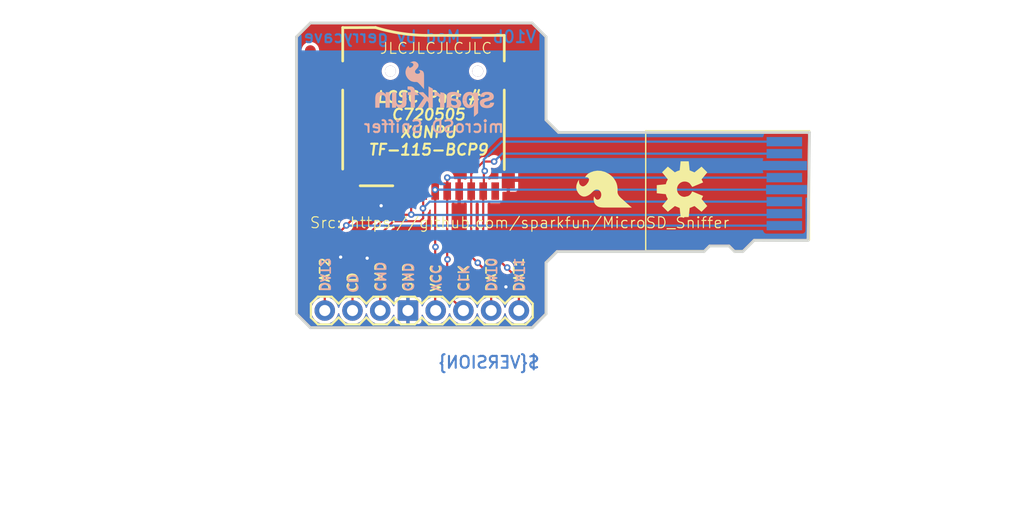
<source format=kicad_pcb>
(kicad_pcb (version 20221018) (generator pcbnew)
  (layers (0 "F.Cu" signal) (1 "In1.Cu" signal) (2 "In2.Cu" signal) (3 "In3.Cu" signal) (4 "In4.Cu" signal) (5 "In5.Cu" signal) (6 "In6.Cu" signal) (7 "In7.Cu" signal) (8 "In8.Cu" signal) (9 "In9.Cu" signal) (10 "In10.Cu" signal) (11 "In11.Cu" signal) (12 "In12.Cu" signal) (13 "In13.Cu" signal) (14 "In14.Cu" signal) (31 "B.Cu" signal) (34 "B.Paste" user) (35 "F.Paste" user) (36 "B.SilkS" user "B.Silkscreen") (37 "F.SilkS" user "F.Silkscreen") (38 "B.Mask" user) (39 "F.Mask" user) (44 "Edge.Cuts" user))
  (net 0 "")
  (net 1 "GND")
  (net 2 "VCC")
  (net 3 "/DAT2")
  (net 4 "/CD{slash}DAT3")
  (net 5 "/CMD")
  (net 6 "/CLK")
  (net 7 "/DAT0")
  (net 8 "/DAT1")
  (footprint "SparkFun_MicroSD_Sniffer_v10:MICRO-SDCARD" (layer "F.Cu") (at 171.9961 111.0742 90)
    (fp_text reference "U1" hide)
    (fp_text value "MICRO-SDCARD" hide)
    (fp_line (start -0.84 -15) (end -0.84 -9.6) (stroke (width 0.127)) (layer "F.SilkS"))
    (fp_line (start -0.84 -9.6) (end -0.44 -9.2) (stroke (width 0.127)) (layer "F.SilkS"))
    (fp_line (start -0.84 -7) (end -0.84 -6) (stroke (width 0.127)) (layer "F.SilkS"))
    (fp_line (start -0.84 -6) (end 0.16 -5) (stroke (width 0.127)) (layer "F.SilkS"))
    (fp_line (start -0.44 -9.2) (end -0.44 -7.4) (stroke (width 0.127)) (layer "F.SilkS"))
    (fp_line (start -0.44 -7.4) (end -0.84 -7) (stroke (width 0.127)) (layer "F.SilkS"))
    (fp_line (start 0.16 -5) (end 0.16 0) (stroke (width 0.127)) (layer "F.SilkS"))
    (fp_line (start 0.16 0) (end 10.16 0) (stroke (width 0.127)) (layer "F.SilkS"))
    (fp_line (start 10.16 -15) (end -0.84 -15) (stroke (width 0.127)) (layer "F.SilkS"))
    (fp_line (start 10.16 0) (end 10.16 -15) (stroke (width 0.127)) (layer "F.SilkS"))
    (pad "CD/DAT3" smd rect (at 2.56 -2.3 90) (size 0.85 3.25) (layers "B.Cu" "B.Paste" "B.Mask") (net 4 "/CD{slash}DAT3"))
    (pad "CLK" smd rect (at 5.86 -2.3 90) (size 0.85 3.25) (layers "B.Cu" "B.Paste" "B.Mask") (net 6 "/CLK"))
    (pad "CMD" smd rect (at 3.66 -2.3 90) (size 0.85 3.25) (layers "B.Cu" "B.Paste" "B.Mask") (net 5 "/CMD"))
    (pad "DAT0" smd rect (at 8.06 -2.3 90) (size 0.85 3.25) (layers "B.Cu" "B.Paste" "B.Mask") (net 7 "/DAT0"))
    (pad "DAT1" smd rect (at 9.16 -2.3 90) (size 0.85 3.25) (layers "B.Cu" "B.Paste" "B.Mask") (net 8 "/DAT1"))
    (pad "DAT2" smd rect (at 1.46 -2.3 90) (size 0.85 3.25) (layers "B.Cu" "B.Paste" "B.Mask") (net 3 "/DAT2"))
    (pad "GND" smd rect (at 6.96 -2.1 270) (size 0.85 3.75) (layers "B.Cu" "B.Paste" "B.Mask") (net 1 "GND"))
    (pad "VCC" smd rect (at 4.76 -2.1 90) (size 0.85 3.75) (layers "B.Cu" "B.Paste" "B.Mask") (net 2 "VCC"))
  )
  (footprint "SparkFun_MicroSD_Sniffer_v10:1X08" (layer "F.Cu") (at 127.5969 117.3988)
    (fp_text reference "JP1" hide)
    (fp_text value "M08")
    (fp_line (start -1.27 -0.635) (end -1.27 0.635) (stroke (width 0.2032)) (layer "F.SilkS"))
    (fp_line (start -1.27 0.635) (end -0.635 1.27) (stroke (width 0.2032)) (layer "F.SilkS"))
    (fp_line (start -0.635 -1.27) (end -1.27 -0.635) (stroke (width 0.2032)) (layer "F.SilkS"))
    (fp_line (start -0.635 -1.27) (end 0.635 -1.27) (stroke (width 0.2032)) (layer "F.SilkS"))
    (fp_line (start 0.635 -1.27) (end 1.27 -0.635) (stroke (width 0.2032)) (layer "F.SilkS"))
    (fp_line (start 0.635 1.27) (end -0.635 1.27) (stroke (width 0.2032)) (layer "F.SilkS"))
    (fp_line (start 1.27 -0.635) (end 1.905 -1.27) (stroke (width 0.2032)) (layer "F.SilkS"))
    (fp_line (start 1.27 0.635) (end 0.635 1.27) (stroke (width 0.2032)) (layer "F.SilkS"))
    (fp_line (start 1.905 -1.27) (end 3.175 -1.27) (stroke (width 0.2032)) (layer "F.SilkS"))
    (fp_line (start 1.905 1.27) (end 1.27 0.635) (stroke (width 0.2032)) (layer "F.SilkS"))
    (fp_line (start 3.175 -1.27) (end 3.81 -0.635) (stroke (width 0.2032)) (layer "F.SilkS"))
    (fp_line (start 3.175 1.27) (end 1.905 1.27) (stroke (width 0.2032)) (layer "F.SilkS"))
    (fp_line (start 3.81 -0.635) (end 4.445 -1.27) (stroke (width 0.2032)) (layer "F.SilkS"))
    (fp_line (start 3.81 0.635) (end 3.175 1.27) (stroke (width 0.2032)) (layer "F.SilkS"))
    (fp_line (start 4.445 -1.27) (end 5.715 -1.27) (stroke (width 0.2032)) (layer "F.SilkS"))
    (fp_line (start 4.445 1.27) (end 3.81 0.635) (stroke (width 0.2032)) (layer "F.SilkS"))
    (fp_line (start 5.715 -1.27) (end 6.35 -0.635) (stroke (width 0.2032)) (layer "F.SilkS"))
    (fp_line (start 5.715 1.27) (end 4.445 1.27) (stroke (width 0.2032)) (layer "F.SilkS"))
    (fp_line (start 6.35 0.635) (end 5.715 1.27) (stroke (width 0.2032)) (layer "F.SilkS"))
    (fp_line (start 6.35 0.635) (end 6.985 1.27) (stroke (width 0.2032)) (layer "F.SilkS"))
    (fp_line (start 6.985 -1.27) (end 6.35 -0.635) (stroke (width 0.2032)) (layer "F.SilkS"))
    (fp_line (start 6.985 -1.27) (end 8.255 -1.27) (stroke (width 0.2032)) (layer "F.SilkS"))
    (fp_line (start 8.255 -1.27) (end 8.89 -0.635) (stroke (width 0.2032)) (layer "F.SilkS"))
    (fp_line (start 8.255 1.27) (end 6.985 1.27) (stroke (width 0.2032)) (layer "F.SilkS"))
    (fp_line (start 8.89 -0.635) (end 9.525 -1.27) (stroke (width 0.2032)) (layer "F.SilkS"))
    (fp_line (start 8.89 0.635) (end 8.255 1.27) (stroke (width 0.2032)) (layer "F.SilkS"))
    (fp_line (start 9.525 -1.27) (end 10.795 -1.27) (stroke (width 0.2032)) (layer "F.SilkS"))
    (fp_line (start 9.525 1.27) (end 8.89 0.635) (stroke (width 0.2032)) (layer "F.SilkS"))
    (fp_line (start 10.795 -1.27) (end 11.43 -0.635) (stroke (width 0.2032)) (layer "F.SilkS"))
    (fp_line (start 10.795 1.27) (end 9.525 1.27) (stroke (width 0.2032)) (layer "F.SilkS"))
    (fp_line (start 11.43 -0.635) (end 12.065 -1.27) (stroke (width 0.2032)) (layer "F.SilkS"))
    (fp_line (start 11.43 0.635) (end 10.795 1.27) (stroke (width 0.2032)) (layer "F.SilkS"))
    (fp_line (start 12.065 -1.27) (end 13.335 -1.27) (stroke (width 0.2032)) (layer "F.SilkS"))
    (fp_line (start 12.065 1.27) (end 11.43 0.635) (stroke (width 0.2032)) (layer "F.SilkS"))
    (fp_line (start 13.335 -1.27) (end 13.97 -0.635) (stroke (width 0.2032)) (layer "F.SilkS"))
    (fp_line (start 13.335 1.27) (end 12.065 1.27) (stroke (width 0.2032)) (layer "F.SilkS"))
    (fp_line (start 13.97 0.635) (end 13.335 1.27) (stroke (width 0.2032)) (layer "F.SilkS"))
    (fp_line (start 13.97 0.635) (end 14.605 1.27) (stroke (width 0.2032)) (layer "F.SilkS"))
    (fp_line (start 14.605 -1.27) (end 13.97 -0.635) (stroke (width 0.2032)) (layer "F.SilkS"))
    (fp_line (start 14.605 -1.27) (end 15.875 -1.27) (stroke (width 0.2032)) (layer "F.SilkS"))
    (fp_line (start 15.875 -1.27) (end 16.51 -0.635) (stroke (width 0.2032)) (layer "F.SilkS"))
    (fp_line (start 15.875 1.27) (end 14.605 1.27) (stroke (width 0.2032)) (layer "F.SilkS"))
    (fp_line (start 16.51 0.635) (end 15.875 1.27) (stroke (width 0.2032)) (layer "F.SilkS"))
    (fp_line (start 16.51 0.635) (end 17.145 1.27) (stroke (width 0.2032)) (layer "F.SilkS"))
    (fp_line (start 17.145 -1.27) (end 16.51 -0.635) (stroke (width 0.2032)) (layer "F.SilkS"))
    (fp_line (start 17.145 -1.27) (end 18.415 -1.27) (stroke (width 0.2032)) (layer "F.SilkS"))
    (fp_line (start 18.415 -1.27) (end 19.05 -0.635) (stroke (width 0.2032)) (layer "F.SilkS"))
    (fp_line (start 18.415 1.27) (end 17.145 1.27) (stroke (width 0.2032)) (layer "F.SilkS"))
    (fp_line (start 19.05 -0.635) (end 19.05 0.635) (stroke (width 0.2032)) (layer "F.SilkS"))
    (fp_line (start 19.05 0.635) (end 18.415 1.27) (stroke (width 0.2032)) (layer "F.SilkS"))
    (pad "1" thru_hole circle (at 0 0 90) (size 1.8796 1.8796) (drill 1.016) (layers "*.Cu" "*.Mask") (net 3 "/DAT2"))
    (pad "2" thru_hole circle (at 2.54 0 90) (size 1.8796 1.8796) (drill 1.016) (layers "*.Cu" "*.Mask") (net 4 "/CD{slash}DAT3"))
    (pad "3" thru_hole circle (at 5.08 0 90) (size 1.8796 1.8796) (drill 1.016) (layers "*.Cu" "*.Mask") (net 5 "/CMD"))
    (pad "4" thru_hole rect (at 7.62 0 90) (size 1.8796 1.8796) (drill 1.016) (layers "*.Cu" "*.Mask") (net 1 "GND"))
    (pad "5" thru_hole circle (at 10.16 0 90) (size 1.8796 1.8796) (drill 1.016) (layers "*.Cu" "*.Mask") (net 2 "VCC"))
    (pad "6" thru_hole circle (at 12.7 0 90) (size 1.8796 1.8796) (drill 1.016) (layers "*.Cu" "*.Mask") (net 6 "/CLK"))
    (pad "7" thru_hole circle (at 15.24 0 90) (size 1.8796 1.8796) (drill 1.016) (layers "*.Cu" "*.Mask") (net 7 "/DAT0"))
    (pad "8" thru_hole circle (at 17.78 0 90) (size 1.8796 1.8796) (drill 1.016) (layers "*.Cu" "*.Mask") (net 8 "/DAT1"))
  )
  (footprint "SparkFun_MicroSD_Sniffer_v10:FIDUCIAL-1X2" (layer "F.Cu") (at 126.2761 93.5736)
    (fp_text reference "FID1" hide)
    (fp_text value "FIDUCIAL1X2" hide)
    (pad "1" smd roundrect (at 0 0) (size 1 1) (layers "F.Cu" "F.Mask") (roundrect_rratio 0.5))
  )
  (footprint "SparkFun_MicroSD_Sniffer_v10:FIDUCIAL-1X2" (layer "F.Cu") (at 147.1041 111.6076)
    (fp_text reference "FID2" hide)
    (fp_text value "FIDUCIAL1X2" hide)
    (pad "1" smd roundrect (at 0 0) (size 1 1) (layers "F.Cu" "F.Mask") (roundrect_rratio 0.5))
  )
  (footprint "SparkFun_MicroSD_Sniffer_v10:OSHW-LOGO-M" (layer "F.Cu") (at 160.5661 106.2736 90)
    (fp_text reference "LOGO1" hide)
    (fp_text value "OSHW-LOGOM" hide)
    (fp_poly (pts (xy 0.456253 -1.731155) (xy 0.686517 -1.657461) (xy 0.90147 -1.546765) (xy 1.544319 -2.070947) (xy 2.070947 -1.544319) (xy 1.546765 -0.90147) (xy 1.657461 -0.686517) (xy 1.731155 -0.456253) (xy 2.5564 -0.372471) (xy 2.5564 0.372471) (xy 1.726849 0.45669) (xy 1.54403 0.898116) (xy 2.070947 1.544319) (xy 1.544319 2.070947) (xy 0.901484 1.546777) (xy 0.619704 1.692011) (xy 0.20689 0.695413) (xy 0.531536 0.463601) (xy 0.620726 0.335902) (xy 0.680464 0.187343) (xy 0.70518 0.029146) (xy 0.693603 -0.130551) (xy 0.646326 -0.283537) (xy 0.565789 -0.421919) (xy 0.45613 -0.538591) (xy 0.322994 -0.627547) (xy 0.173234 -0.684204) (xy 0.014563 -0.705646) (xy -0.144865 -0.690774) (xy -0.296836 -0.640349) (xy -0.433526 -0.556972) (xy -0.547914 -0.444922) (xy -0.634098 -0.309982) (xy -0.68765 -0.159084) (xy -0.705283 -0.004638) (xy -0.626354 0.324166) (xy -0.53669 0.458355) (xy -0.414858 0.570967) (xy -0.204203 0.688924) (xy -0.618435 1.688948) (xy -0.821394 1.594769) (xy -0.90323 1.5482) (xy -1.544319 2.070947) (xy -2.070947 1.544319) (xy -1.54403 0.898116) (xy -1.726849 0.45669) (xy -2.5564 0.372471) (xy -2.5564 -0.372471) (xy -1.726849 -0.45669) (xy -1.54403 -0.898116) (xy -2.070947 -1.544319) (xy -1.544319 -2.070947) (xy -0.90147 -1.546765) (xy -0.686517 -1.657461) (xy -0.456253 -1.731155) (xy -0.372471 -2.5564) (xy 0.372471 -2.5564)) (fill solid) (layer "F.SilkS"))
  )
  (footprint "easyeda2kicad:TF-SMD_TF-115-BCP9" (layer "F.Cu") (at 136.66 101.15 180)
    (fp_text reference "Card1" hide)
    (fp_text value "TF-115-BCP9")
    (fp_line (start -7.38 3.97) (end -7.38 -3.32) (stroke (width 0.25)) (layer "F.SilkS"))
    (fp_line (start -7.38 8.98) (end -7.38 6.63) (stroke (width 0.25)) (layer "F.SilkS"))
    (fp_line (start -7.38 8.98) (end -2.22 8.98) (stroke (width 0.25)) (layer "F.SilkS"))
    (fp_line (start -2.22 8.98) (end -0.14 8.98) (stroke (width 0.25)) (layer "F.SilkS"))
    (fp_line (start 5.82 -4.81) (end 2.83 -4.81) (stroke (width 0.25)) (layer "F.SilkS"))
    (fp_line (start 7.42 -3.28) (end 7.42 3.97) (stroke (width 0.25)) (layer "F.SilkS"))
    (fp_line (start 7.42 6.63) (end 7.42 9.69) (stroke (width 0.25)) (layer "F.SilkS"))
    (fp_line (start 7.42 9.69) (end 4.41 9.7) (stroke (width 0.25)) (layer "F.SilkS"))
    (fp_line (start 7.42 9.69) (end 7.41 9.7) (stroke (width 0.25)) (layer "F.SilkS"))
    (fp_arc (start -0.14 8.98) (mid 2.160656 9.180287) (end 4.410958 9.699208) (stroke (width 0.25)) (layer "F.SilkS"))
    (pad "" thru_hole circle (at -4.95 5.7 180) (size 1 1) (drill 1) (layers "*.Cu" "*.Mask"))
    (pad "" thru_hole circle (at 3.05 5.7 180) (size 1 1) (drill 1) (layers "*.Cu" "*.Mask"))
    (pad "1" smd rect (at 2.25 -5.3 180) (size 0.7 1.6) (layers "F.Cu" "F.Paste" "F.Mask") (net 3 "/DAT2"))
    (pad "2" smd rect (at 1.15 -5.3 180) (size 0.7 1.6) (layers "F.Cu" "F.Paste" "F.Mask") (net 4 "/CD{slash}DAT3"))
    (pad "3" smd rect (at 0.05 -5.3 180) (size 0.7 1.6) (layers "F.Cu" "F.Paste" "F.Mask") (net 5 "/CMD"))
    (pad "4" smd rect (at -1.05 -5.3 180) (size 0.7 1.6) (layers "F.Cu" "F.Paste" "F.Mask") (net 2 "VCC"))
    (pad "5" smd rect (at -2.15 -5.3 180) (size 0.7 1.6) (layers "F.Cu" "F.Paste" "F.Mask") (net 6 "/CLK"))
    (pad "6" smd rect (at -3.25 -5.3 180) (size 0.7 1.6) (layers "F.Cu" "F.Paste" "F.Mask") (net 1 "GND"))
    (pad "7" smd rect (at -4.35 -5.3 180) (size 0.7 1.6) (layers "F.Cu" "F.Paste" "F.Mask") (net 7 "/DAT0"))
    (pad "8" smd rect (at -5.45 -5.3 180) (size 0.7 1.6) (layers "F.Cu" "F.Paste" "F.Mask") (net 8 "/DAT1"))
    (pad "9" smd rect (at -6.55 -5.3 180) (size 0.7 1.6) (layers "F.Cu" "F.Paste" "F.Mask"))
    (pad "10" smd rect (at -7.75 -4.3 180) (size 1.2 1.5) (layers "F.Cu" "F.Paste" "F.Mask") (net 1 "GND"))
    (pad "11" smd rect (at -7.75 5.3 180) (size 1.2 2.2) (layers "F.Cu" "F.Paste" "F.Mask") (net 1 "GND"))
    (pad "12" smd rect (at 6.85 -4.3 180) (size 1.6 1.5) (layers "F.Cu" "F.Paste" "F.Mask") (net 1 "GND"))
    (pad "13" smd rect (at 7.75 5.3 180) (size 1.2 2.2) (layers "F.Cu" "F.Paste" "F.Mask") (net 1 "GND"))
  )
  (footprint "SparkFun_MicroSD_Sniffer_v10:CREATIVE_COMMONS" (layer "F.Cu") (at 118.166622 132.9436)
    (fp_text reference "FRAME1" hide)
    (fp_text value "FRAME-LETTER" hide)
    (fp_text user "${VERSION}" (at 29.21 -10.16) (layer "B.Cu") (effects (font (size 1.0795 1.0795) (thickness 0.1905)) (justify left bottom mirror)))
  )
  (footprint "SparkFun_MicroSD_Sniffer_v10:SFE_LOGO_FLAME_.2" (layer "F.Cu") (at 155.9941 108.3056 90)
    (fp_text reference "LOGO2" hide)
    (fp_text value "SFE_LOGO_FLAME.2_INCH" hide)
    (fp_poly (pts (xy 2.350408 -5.352523) (xy 2.530814 -5.30241) (xy 2.681118 -5.242289) (xy 2.801381 -5.172135) (xy 2.871443 -5.122091) (xy 2.908389 -5.09746) (xy 2.889687 -5.09746) (xy 2.849688 -5.10746) (xy 2.720136 -5.10746) (xy 2.630452 -5.097495) (xy 2.550888 -5.077604) (xy 2.471429 -5.037874) (xy 2.391839 -4.968233) (xy 2.352152 -4.918624) (xy 2.322316 -4.858952) (xy 2.30246 -4.809312) (xy 2.292574 -4.75) (xy 2.302481 -4.69056) (xy 2.322333 -4.621078) (xy 2.362134 -4.561378) (xy 2.412 -4.481591) (xy 2.461723 -4.431869) (xy 2.531572 -4.371998) (xy 2.601476 -4.322067) (xy 2.671312 -4.272183) (xy 2.750926 -4.232376) (xy 2.820698 -4.212442) (xy 2.890355 -4.19254) (xy 2.959477 -4.19254) (xy 3.028551 -4.222143) (xy 3.077982 -4.271574) (xy 3.107574 -4.320894) (xy 3.117495 -4.380418) (xy 3.127418 -4.439956) (xy 3.11746 -4.489748) (xy 3.11746 -4.554583) (xy 3.281592 -4.452001) (xy 3.452057 -4.281535) (xy 3.582326 -4.041038) (xy 3.682475 -3.760623) (xy 3.732551 -3.430119) (xy 3.71252 -3.079583) (xy 3.612378 -2.71907) (xy 3.422151 -2.348628) (xy 3.281933 -2.168348) (xy 3.13171 -2.00811) (xy 2.961453 -1.877913) (xy 2.771205 -1.757757) (xy 2.570861 -1.667602) (xy 2.350494 -1.607502) (xy 2.110158 -1.57746) (xy 1.720342 -1.57746) (xy 1.610861 -1.547601) (xy 1.501267 -1.497786) (xy 1.401581 -1.428005) (xy 1.301749 -1.338157) (xy 1.191872 -1.22828) (xy 1.081901 -1.098315) (xy 0.951864 -0.958274) (xy 0.831869 -0.82828) (xy 0.721915 -0.708331) (xy 0.62192 -0.588337) (xy 0.531947 -0.488367) (xy 0.461968 -0.398393) (xy 0.401865 -0.328273) (xy 0.362088 -0.288496) (xy 0.34746 -0.25924) (xy 0.34746 -2.840067) (xy 0.357468 -3.030225) (xy 0.377504 -3.190509) (xy 0.417635 -3.330969) (xy 0.477869 -3.441397) (xy 0.548092 -3.531684) (xy 0.628382 -3.611974) (xy 0.718811 -3.67226) (xy 0.819192 -3.712412) (xy 0.929416 -3.742474) (xy 1.029748 -3.76254) (xy 1.210181 -3.76254) (xy 1.280661 -3.752471) (xy 1.330863 -3.732389) (xy 1.360413 -3.72254) (xy 1.376132 -3.72254) (xy 1.361505 -3.707912) (xy 1.341136 -3.697728) (xy 1.301041 -3.677681) (xy 1.251256 -3.657767) (xy 1.211556 -3.627992) (xy 1.161696 -3.588104) (xy 1.121924 -3.548332) (xy 1.092279 -3.508806) (xy 1.07254 -3.449587) (xy 1.07254 -3.380355) (xy 1.092376 -3.310926) (xy 1.122088 -3.251504) (xy 1.181723 -3.191869) (xy 1.251275 -3.132252) (xy 1.340734 -3.102433) (xy 1.450342 -3.07254) (xy 1.609645 -3.07254) (xy 1.748921 -3.112333) (xy 1.868325 -3.191935) (xy 1.957736 -3.291281) (xy 1.99746 -3.420383) (xy 1.99746 -3.559436) (xy 1.927847 -3.708605) (xy 1.798139 -3.858268) (xy 1.628085 -4.028323) (xy 1.497836 -4.198649) (xy 1.407627 -4.379066) (xy 1.35746 -4.549634) (xy 1.35746 -4.720435) (xy 1.417717 -4.891162) (xy 1.528109 -5.051733) (xy 1.69859 -5.192129) (xy 1.929117 -5.312404) (xy 2.149778 -5.362554)) (fill solid) (layer "F.SilkS"))
  )
  (footprint "SparkFun_MicroSD_Sniffer_v10:SFE_LOGO_NAME_FLAME_.1" (layer "B.Cu") (at 143.55127 99.74127 180)
    (fp_text reference "LOGO3" hide)
    (fp_text value "SFE_LOGO_NAME_FLAME.1_INCH" hide)
    (fp_poly (pts (xy 3.342723 1.632471) (xy 3.332519 1.489622) (xy 3.302427 1.35922) (xy 3.251323 1.23657) (xy 2.906799 1.398699) (xy 2.937517 1.480612) (xy 2.94746 1.560155) (xy 2.94746 1.642606)) (fill solid) (layer "B.SilkS"))
    (fp_poly (pts (xy 6.45254 1.85631) (xy 6.938918 2.36254) (xy 7.406216 2.36254) (xy 6.873268 1.839647) (xy 7.464702 0.93746) (xy 6.988585 0.93746) (xy 6.599469 1.56603) (xy 6.45254 1.428896) (xy 6.45254 0.93746) (xy 6.05746 0.93746) (xy 6.05746 2.681517) (xy 6.45254 2.894253)) (fill solid) (layer "B.SilkS"))
    (fp_poly (pts (xy 4.232958 1.578639) (xy 4.2106 1.56746) (xy 4.190413 1.56746) (xy 4.160412 1.55746) (xy 4.120413 1.55746) (xy 4.090412 1.54746) (xy 4.0506 1.54746) (xy 4.0306 1.53746) (xy 4.00825 1.53746) (xy 3.926458 1.752162) (xy 4.01972 1.762524) (xy 4.10968 1.77252) (xy 4.181909 1.782838)) (fill solid) (layer "B.SilkS"))
    (fp_poly (pts (xy 8.37254 2.88157) (xy 8.37254 2.59746) (xy 8.200312 2.59746) (xy 8.160888 2.587604) (xy 8.121738 2.568029) (xy 8.102203 2.538726) (xy 8.09254 2.5194) (xy 8.09254 2.479687) (xy 8.08254 2.439687) (xy 8.08254 2.36254) (xy 8.35254 2.36254) (xy 8.35254 2.09746) (xy 8.08254 2.09746) (xy 8.08254 0.93746) (xy 7.69746 0.93746) (xy 7.69746 2.09746) (xy 7.30238 2.09746) (xy 7.348332 2.131924) (xy 7.508332 2.291924) (xy 7.548185 2.321814) (xy 7.57873 2.36254) (xy 7.69746 2.36254) (xy 7.69746 2.560461) (xy 7.727642 2.640947) (xy 7.757811 2.711341) (xy 7.808258 2.771877) (xy 7.878686 2.822183) (xy 7.95906 2.86237) (xy 8.059627 2.89254) (xy 8.3506 2.89254)) (fill solid) (layer "B.SilkS"))
    (fp_poly (pts (xy 5.901052 2.38254) (xy 5.91254 2.38254) (xy 5.91254 2.01746) (xy 5.8994 2.01746) (xy 5.8794 2.02746) (xy 5.770123 2.02746) (xy 5.670438 2.017491) (xy 5.590955 1.99762) (xy 5.521658 1.958022) (xy 5.472093 1.898545) (xy 5.432357 1.829007) (xy 5.412466 1.759386) (xy 5.39254 1.669719) (xy 5.39254 0.93746) (xy 4.99746 0.93746) (xy 4.99746 2.292082) (xy 5.049451 2.30248) (xy 5.089687 2.31254) (xy 5.139747 2.31254) (xy 5.189451 2.32248) (xy 5.229443 2.332479) (xy 5.279502 2.342491) (xy 5.329452 2.352481) (xy 5.37254 2.363253) (xy 5.37254 2.099563) (xy 5.407893 2.161432) (xy 5.448032 2.211607) (xy 5.498213 2.271823) (xy 5.548568 2.312107) (xy 5.618958 2.35233) (xy 5.679249 2.372427) (xy 5.749644 2.39254) (xy 5.891052 2.39254)) (fill solid) (layer "B.SilkS"))
    (fp_poly (pts (xy 8.85254 1.560155) (xy 8.86252 1.480315) (xy 8.872514 1.400366) (xy 8.882403 1.341029) (xy 8.912032 1.301524) (xy 8.941733 1.261922) (xy 8.990929 1.232404) (xy 9.040458 1.222499) (xy 9.100052 1.212565) (xy 9.179634 1.222514) (xy 9.239105 1.232425) (xy 9.288425 1.262017) (xy 9.327912 1.301504) (xy 9.357692 1.361064) (xy 9.387524 1.430674) (xy 9.39746 1.510155) (xy 9.39746 2.36254) (xy 9.79254 2.36254) (xy 9.79254 0.93746) (xy 9.41746 0.93746) (xy 9.41746 1.13746) (xy 9.411359 1.13746) (xy 9.372052 1.078499) (xy 9.331807 1.028193) (xy 9.281377 0.987848) (xy 9.221041 0.957681) (xy 9.170874 0.937614) (xy 9.110586 0.917518) (xy 9.040388 0.90749) (xy 8.98012 0.897445) (xy 8.839465 0.907492) (xy 8.728943 0.947682) (xy 8.638542 0.997904) (xy 8.568001 1.058368) (xy 8.517646 1.149007) (xy 8.487526 1.249406) (xy 8.46746 1.359771) (xy 8.46746 2.36254) (xy 8.85254 2.36254)) (fill solid) (layer "B.SilkS"))
    (fp_poly (pts (xy 10.950429 2.382516) (xy 11.060965 2.35237) (xy 11.151545 2.302048) (xy 11.222001 2.231592) (xy 11.272335 2.151057) (xy 11.302474 2.050594) (xy 11.322522 1.940325) (xy 11.33254 1.810098) (xy 11.33254 0.93746) (xy 10.93746 0.93746) (xy 10.93746 1.739844) (xy 10.927482 1.819663) (xy 10.91749 1.889612) (xy 10.907574 1.949105) (xy 10.877889 1.998581) (xy 10.848266 2.038077) (xy 10.799071 2.067595) (xy 10.749542 2.077501) (xy 10.689947 2.087434) (xy 10.610366 2.077486) (xy 10.550894 2.067574) (xy 10.501697 2.038056) (xy 10.462091 1.988548) (xy 10.432268 1.938843) (xy 10.402482 1.869342) (xy 10.39254 1.779864) (xy 10.39254 0.93746) (xy 9.99746 0.93746) (xy 9.99746 2.36254) (xy 10.37254 2.36254) (xy 10.37254 2.16254) (xy 10.378641 2.16254) (xy 10.418026 2.221618) (xy 10.458303 2.261896) (xy 10.508499 2.302052) (xy 10.568874 2.342302) (xy 10.629197 2.36241) (xy 10.689386 2.382473) (xy 10.74979 2.39254) (xy 10.810091 2.39254)) (fill solid) (layer "B.SilkS"))
    (fp_poly (pts (xy 2.850522 2.382511) (xy 2.991123 2.332296) (xy 3.101656 2.261957) (xy 3.192029 2.161542) (xy 3.262327 2.051075) (xy 3.30246 1.920641) (xy 3.332522 1.780352) (xy 3.34272 1.627389) (xy 2.94746 1.637524) (xy 2.94746 1.729845) (xy 2.937517 1.809387) (xy 2.907648 1.889038) (xy 2.877809 1.95866) (xy 2.828284 2.018091) (xy 2.768789 2.057755) (xy 2.699342 2.087518) (xy 2.610018 2.097442) (xy 2.530612 2.087517) (xy 2.45127 2.057764) (xy 2.401786 2.018176) (xy 2.35219 1.95866) (xy 2.322352 1.889038) (xy 2.292482 1.809387) (xy 2.28254 1.729845) (xy 2.28254 1.560312) (xy 2.302464 1.480616) (xy 2.322413 1.400817) (xy 2.352143 1.331449) (xy 2.401716 1.281876) (xy 2.461213 1.232294) (xy 2.530494 1.2125) (xy 2.619981 1.202557) (xy 2.699531 1.2125) (xy 2.77882 1.232323) (xy 2.838176 1.281786) (xy 2.877799 1.331315) (xy 2.908702 1.403418) (xy 3.253521 1.24115) (xy 3.192055 1.128463) (xy 3.101655 1.038063) (xy 2.991176 0.957715) (xy 2.870575 0.917514) (xy 2.719958 0.897432) (xy 2.659582 0.907495) (xy 2.599582 0.917495) (xy 2.539206 0.927557) (xy 2.478777 0.957772) (xy 2.428693 0.987822) (xy 2.378302 1.018057) (xy 2.338017 1.068413) (xy 2.298779 1.11746) (xy 2.29254 1.11746) (xy 2.29254 0.093868) (xy 2.198303 0.188105) (xy 2.098413 0.268017) (xy 2.048303 0.308104) (xy 1.998204 0.358204) (xy 1.958303 0.398104) (xy 1.90746 0.438779) (xy 1.90746 2.291983) (xy 1.949443 2.302479) (xy 1.999748 2.31254) (xy 2.049688 2.31254) (xy 2.089443 2.322479) (xy 2.139451 2.33248) (xy 2.179443 2.342479) (xy 2.229502 2.352491) (xy 2.28254 2.363098) (xy 2.28254 2.18724) (xy 2.318104 2.231697) (xy 2.358303 2.271896) (xy 2.408547 2.31209) (xy 2.458693 2.342178) (xy 2.509107 2.372426) (xy 2.569582 2.382505) (xy 2.62979 2.39254) (xy 2.700085 2.39254)) (fill solid) (layer "B.SilkS"))
    (fp_poly (pts (xy 1.310594 2.372474) (xy 1.410884 2.342387) (xy 1.501294 2.302204) (xy 1.581814 2.241814) (xy 1.642169 2.161341) (xy 1.692443 2.060794) (xy 1.712998 1.93746) (xy 1.337918 1.93746) (xy 1.327554 1.989276) (xy 1.30774 2.03881) (xy 1.288168 2.068168) (xy 1.258726 2.087797) (xy 1.218952 2.107684) (xy 1.169512 2.12746) (xy 1.000413 2.12746) (xy 0.970711 2.117559) (xy 0.930715 2.10756) (xy 0.901629 2.097865) (xy 0.882113 2.068591) (xy 0.86254 2.039231) (xy 0.86254 2.000312) (xy 0.872339 1.961114) (xy 0.901814 1.921814) (xy 0.94134 1.89217) (xy 1.000974 1.862353) (xy 1.060567 1.842488) (xy 1.140467 1.832501) (xy 1.220616 1.812464) (xy 1.380584 1.772472) (xy 1.470926 1.752396) (xy 1.54126 1.712205) (xy 1.611454 1.672094) (xy 1.671909 1.621715) (xy 1.712243 1.561215) (xy 1.742483 1.490655) (xy 1.752562 1.399946) (xy 1.732472 1.269367) (xy 1.692258 1.158778) (xy 1.631873 1.078263) (xy 1.551427 1.007874) (xy 1.450911 0.957616) (xy 1.340544 0.927516) (xy 1.220315 0.907477) (xy 1.1 0.897451) (xy 0.979685 0.907477) (xy 0.859456 0.927516) (xy 0.749089 0.957616) (xy 0.648573 1.007874) (xy 0.568144 1.078249) (xy 0.497775 1.168724) (xy 0.457534 1.269327) (xy 0.437039 1.40254) (xy 0.81254 1.40254) (xy 0.81254 1.340488) (xy 0.832232 1.291256) (xy 0.861814 1.251814) (xy 0.901524 1.222032) (xy 0.941029 1.192403) (xy 1.000458 1.182499) (xy 1.050458 1.172499) (xy 1.109896 1.162592) (xy 1.149687 1.17254) (xy 1.189688 1.17254) (xy 1.229112 1.182396) (xy 1.26866 1.20217) (xy 1.308332 1.231924) (xy 1.337706 1.261298) (xy 1.347536 1.300616) (xy 1.357382 1.34) (xy 1.347604 1.379112) (xy 1.327996 1.418328) (xy 1.288581 1.447889) (xy 1.238933 1.477678) (xy 1.179284 1.497561) (xy 1.099384 1.517536) (xy 1.019451 1.537519) (xy 0.919475 1.557515) (xy 0.829275 1.577559) (xy 0.749053 1.607642) (xy 0.678866 1.637723) (xy 0.608664 1.677838) (xy 0.548168 1.718168) (xy 0.507757 1.778785) (xy 0.477517 1.849345) (xy 0.467448 1.939965) (xy 0.4775 2.06059) (xy 0.517803 2.161346) (xy 0.588209 2.24181) (xy 0.658584 2.302132) (xy 0.759168 2.352424) (xy 0.859524 2.372495) (xy 0.969771 2.39254) (xy 1.200229 2.39254)) (fill solid) (layer "B.SilkS"))
    (fp_poly (pts (xy 7.950848 5.162395) (xy 8.031017 5.132331) (xy 8.091341 5.102169) (xy 8.131668 5.071924) (xy 8.146132 5.05746) (xy 8.109588 5.05746) (xy 8.079587 5.06746) (xy 8.050312 5.06746) (xy 8.010557 5.057521) (xy 7.960831 5.047575) (xy 7.92134 5.02783) (xy 7.881871 4.998228) (xy 7.862303 4.968876) (xy 7.852353 4.939026) (xy 7.842353 4.919026) (xy 7.832677 4.89) (xy 7.842441 4.860711) (xy 7.852357 4.821042) (xy 7.872201 4.791277) (xy 7.892087 4.751504) (xy 7.921618 4.721973) (xy 7.951468 4.702074) (xy 7.991472 4.672071) (xy 8.021274 4.652203) (xy 8.1006 4.61254) (xy 8.169587 4.61254) (xy 8.198876 4.622303) (xy 8.227865 4.641629) (xy 8.23759 4.670803) (xy 8.24746 4.700413) (xy 8.24746 4.78411) (xy 8.331573 4.742053) (xy 8.412067 4.651498) (xy 8.482313 4.531076) (xy 8.53246 4.390665) (xy 8.562553 4.230166) (xy 8.552521 4.049585) (xy 8.502367 3.86903) (xy 8.402125 3.688595) (xy 8.331908 3.598316) (xy 8.251736 3.518144) (xy 8.171502 3.447939) (xy 8.071132 3.387717) (xy 7.970808 3.347588) (xy 7.860544 3.317516) (xy 7.74021 3.29746) (xy 7.550208 3.29746) (xy 7.490894 3.287574) (xy 7.441452 3.257909) (xy 7.391587 3.218017) (xy 7.341786 3.178176) (xy 7.291878 3.118285) (xy 7.231796 3.058204) (xy 7.161944 2.988352) (xy 7.111945 2.918353) (xy 7.051876 2.858284) (xy 7.001878 2.798285) (xy 6.951923 2.748331) (xy 6.921924 2.708332) (xy 6.891973 2.678381) (xy 6.871359 2.64746) (xy 6.85746 2.64746) (xy 6.85746 3.930141) (xy 6.867476 4.02028) (xy 6.877505 4.110548) (xy 6.897647 4.170974) (xy 6.927772 4.231223) (xy 6.958149 4.281851) (xy 7.008581 4.31211) (xy 7.048745 4.342234) (xy 7.099057 4.362358) (xy 7.149312 4.38246) (xy 7.20979 4.39254) (xy 7.290313 4.39254) (xy 7.330312 4.38254) (xy 7.3506 4.38254) (xy 7.374288 4.370696) (xy 7.361505 4.357912) (xy 7.341136 4.347728) (xy 7.320974 4.337647) (xy 7.291371 4.327779) (xy 7.251973 4.288381) (xy 7.232303 4.258876) (xy 7.22254 4.229587) (xy 7.22254 4.200413) (xy 7.232353 4.170974) (xy 7.252088 4.131504) (xy 7.281619 4.101973) (xy 7.311189 4.082259) (xy 7.360723 4.062446) (xy 7.410253 4.05254) (xy 7.489688 4.05254) (xy 7.568957 4.072357) (xy 7.628262 4.111894) (xy 7.667733 4.161232) (xy 7.68746 4.220413) (xy 7.68746 4.289477) (xy 7.657823 4.358629) (xy 7.588095 4.43832) (xy 7.508095 4.52832) (xy 7.437911 4.608531) (xy 7.387601 4.699089) (xy 7.36746 4.789721) (xy 7.36746 4.870412) (xy 7.397711 4.961166) (xy 7.448099 5.031709) (xy 7.538529 5.112091) (xy 7.649143 5.172426) (xy 7.759771 5.19254) (xy 7.860412 5.19254)) (fill solid) (layer "B.SilkS"))
    (fp_poly (pts (xy 4.320253 2.38254) (xy 4.380252 2.38254) (xy 4.430727 2.372445) (xy 4.480723 2.352445) (xy 4.530727 2.342445) (xy 4.581255 2.322234) (xy 4.621524 2.292032) (xy 4.661524 2.262032) (xy 4.701814 2.231814) (xy 4.732169 2.191341) (xy 4.752319 2.151041) (xy 4.772445 2.100727) (xy 4.78254 2.050252) (xy 4.78254 1.1806) (xy 4.79254 1.1606) (xy 4.79254 1.0706) (xy 4.80254 1.0506) (xy 4.80254 1.0306) (xy 4.81254 1.0106) (xy 4.81254 0.9806) (xy 4.822088 0.961504) (xy 4.83254 0.951052) (xy 4.83254 0.93746) (xy 4.43746 0.93746) (xy 4.43746 0.948948) (xy 4.42746 0.958948) (xy 4.42746 0.968948) (xy 4.41746 0.978948) (xy 4.41746 1.008948) (xy 4.40746 1.018948) (xy 4.40746 1.071611) (xy 4.391832 1.048168) (xy 4.361618 1.028026) (xy 4.341618 1.008026) (xy 4.311126 0.987698) (xy 4.281124 0.977697) (xy 4.251126 0.957698) (xy 4.220803 0.94759) (xy 4.160803 0.92759) (xy 4.130412 0.91746) (xy 4.100413 0.91746) (xy 4.070412 0.90746) (xy 4.030413 0.90746) (xy 4.000412 0.89746) (xy 3.889748 0.89746) (xy 3.839747 0.90746) (xy 3.789687 0.90746) (xy 3.749217 0.917578) (xy 3.698959 0.937681) (xy 3.658723 0.957799) (xy 3.628726 0.977796) (xy 3.588495 0.997912) (xy 3.558026 1.028382) (xy 3.537928 1.058528) (xy 3.507926 1.098532) (xy 3.487608 1.129009) (xy 3.477575 1.179168) (xy 3.45746 1.2194) (xy 3.45746 1.269747) (xy 3.447414 1.319977) (xy 3.467533 1.430632) (xy 3.49767 1.521042) (xy 3.538013 1.591642) (xy 3.60853 1.652086) (xy 3.678917 1.692307) (xy 3.759244 1.722429) (xy 3.83955 1.742506) (xy 3.931674 1.752742) (xy 4.013317 1.538428) (xy 3.980974 1.527647) (xy 3.961504 1.517912) (xy 3.951505 1.507912) (xy 3.931136 1.497728) (xy 3.911504 1.487912) (xy 3.901505 1.477912) (xy 3.881893 1.468106) (xy 3.85254 1.4094) (xy 3.85254 1.3894) (xy 3.84254 1.3694) (xy 3.84254 1.320412) (xy 3.85254 1.290412) (xy 3.85254 1.2706) (xy 3.862087 1.251504) (xy 3.872088 1.241505) (xy 3.881893 1.221893) (xy 3.901505 1.212088) (xy 3.911504 1.202087) (xy 3.931136 1.192272) (xy 3.9506 1.18254) (xy 3.9706 1.18254) (xy 3.9906 1.17254) (xy 4.0106 1.17254) (xy 4.0306 1.16254) (xy 4.079747 1.16254) (xy 4.129748 1.17254) (xy 4.1794 1.17254) (xy 4.219113 1.192397) (xy 4.258957 1.202357) (xy 4.288381 1.221973) (xy 4.308026 1.241618) (xy 4.328026 1.271618) (xy 4.347779 1.291371) (xy 4.35759 1.320803) (xy 4.367647 1.350974) (xy 4.377647 1.370974) (xy 4.38746 1.400413) (xy 4.38746 1.623868) (xy 4.371052 1.60746) (xy 4.3506 1.60746) (xy 4.3106 1.58746) (xy 4.2906 1.58746) (xy 4.2706 1.57746) (xy 4.228017 1.57746) (xy 4.17694 1.781767) (xy 4.249249 1.802427) (xy 4.308932 1.822321) (xy 4.358266 1.851922) (xy 4.38746 1.890846) (xy 4.38746 1.9994) (xy 4.367728 2.038864) (xy 4.357912 2.058495) (xy 4.347912 2.068495) (xy 4.338106 2.088106) (xy 4.318864 2.097728) (xy 4.2794 2.11746) (xy 4.2594 2.11746) (xy 4.2394 2.12746) (xy 4.0606 2.12746) (xy 3.961504 2.077912) (xy 3.922088 2.038496) (xy 3.912353 2.019026) (xy 3.902353 1.989026) (xy 3.89254 1.9694) (xy 3.89254 1.91746) (xy 3.497002 1.91746) (xy 3.507495 1.980418) (xy 3.517527 2.040614) (xy 3.537721 2.101194) (xy 3.567888 2.141418) (xy 3.597889 2.191419) (xy 3.628186 2.231814) (xy 3.668581 2.262111) (xy 3.718693 2.292178) (xy 3.768868 2.322283) (xy 3.819273 2.342445) (xy 3.869346 2.352459) (xy 3.929386 2.372473) (xy 3.989542 2.382499) (xy 4.039748 2.39254) (xy 4.270252 2.39254)) (fill solid) (layer "B.SilkS"))
  )
  (gr_line (start 164.6301 111.4806) (end 162.8521 111.4806) (stroke (width 0.254)) (layer "Edge.Cuts"))
  (gr_line (start 125.0061 117.7036) (end 125.0061 92.3036) (stroke (width 0.254)) (layer "Edge.Cuts"))
  (gr_line (start 147.8661 92.3036) (end 147.8661 99.9236) (stroke (width 0.254)) (layer "Edge.Cuts"))
  (gr_line (start 166.93 110.96) (end 165.9001 111.9886) (stroke (width 0.254)) (layer "Edge.Cuts"))
  (gr_line (start 126.2761 118.9736) (end 125.0061 117.7036) (stroke (width 0.254)) (layer "Edge.Cuts"))
  (gr_line (start 146.5961 118.9736) (end 147.8661 117.7036) (stroke (width 0.254)) (layer "Edge.Cuts"))
  (gr_line (start 171.9961 101.0666) (end 149.0091 101.0666) (stroke (width 0.254)) (layer "Edge.Cuts"))
  (gr_line (start 165.1381 111.9886) (end 164.6301 111.4806) (stroke (width 0.254)) (layer "Edge.Cuts"))
  (gr_line (start 146.5961 91.0336) (end 147.8661 92.3036) (stroke (width 0.254)) (layer "Edge.Cuts"))
  (gr_line (start 162.3441 111.9886) (end 148.8821 111.9886) (stroke (width 0.254)) (layer "Edge.Cuts"))
  (gr_line (start 126.2761 91.0336) (end 146.5961 91.0336) (stroke (width 0.254)) (layer "Edge.Cuts"))
  (gr_line (start 147.8661 117.7036) (end 147.8661 113.0046) (stroke (width 0.254)) (layer "Edge.Cuts"))
  (gr_line (start 162.8521 111.4806) (end 162.3441 111.9886) (stroke (width 0.254)) (layer "Edge.Cuts"))
  (gr_line (start 147.8661 113.0046) (end 148.8821 111.9886) (stroke (width 0.254)) (layer "Edge.Cuts"))
  (gr_line (start 171.8691 110.9726) (end 166.93 110.96) (stroke (width 0.254)) (layer "Edge.Cuts"))
  (gr_line (start 147.8661 99.9236) (end 149.0091 101.0666) (stroke (width 0.254)) (layer "Edge.Cuts"))
  (gr_line (start 126.2761 118.9736) (end 146.5961 118.9736) (stroke (width 0.254)) (layer "Edge.Cuts"))
  (gr_line (start 171.9961 101.0666) (end 171.8691 110.9726) (stroke (width 0.254)) (layer "Edge.Cuts"))
  (gr_line (start 165.9001 111.9886) (end 165.1381 111.9886) (stroke (width 0.254)) (layer "Edge.Cuts"))
  (gr_line (start 125.0061 92.3036) (end 126.2761 91.0336) (stroke (width 0.254)) (layer "Edge.Cuts"))
  (gr_text "V10b - Mod by gerrycave" (at 147.08 92.93) (layer "B.Cu") (effects (font (size 1.0795 1.0795) (thickness 0.1905)) (justify left bottom mirror)))
  (gr_text "GND" (at 134.7343 115.7478 -90) (layer "B.SilkS") (effects (font (size 0.8636 0.8636) (thickness 0.1524)) (justify left bottom mirror)))
  (gr_text "microSD Sniffer " (at 144.12 101.17) (layer "B.SilkS") (effects (font (size 1.0795 1.0795) (thickness 0.1905)) (justify left bottom mirror)))
  (gr_text "DAT0" (at 142.3543 115.7478 -90) (layer "B.SilkS") (effects (font (size 0.8636 0.8636) (thickness 0.1524)) (justify left bottom mirror)))
  (gr_text "CLK" (at 139.8143 115.7478 -90) (layer "B.SilkS") (effects (font (size 0.8636 0.8636) (thickness 0.1524)) (justify left bottom mirror)))
  (gr_text "CD" (at 130.6449 113.9444 -90) (layer "B.SilkS") (effects (font (size 0.8636 0.8636) (thickness 0.1524)) (justify right top mirror)))
  (gr_text "CMD" (at 132.1943 115.7478 -90) (layer "B.SilkS") (effects (font (size 0.8636 0.8636) (thickness 0.1524)) (justify left bottom mirror)))
  (gr_text "DAT1" (at 144.8943 115.7478 -90) (layer "B.SilkS") (effects (font (size 0.8636 0.8636) (thickness 0.1524)) (justify left bottom mirror)))
  (gr_text "VCC" (at 137.2743 115.7478 -90) (layer "B.SilkS") (effects (font (size 0.8636 0.8636) (thickness 0.1524)) (justify left bottom mirror)))
  (gr_text "DAT2" (at 127.1143 115.7478 -90) (layer "B.SilkS") (effects (font (size 0.8636 0.8636) (thickness 0.1524)) (justify left bottom mirror)))
  (gr_text "JLCJLCJLCJLC" (at 132.58 93.94) (layer "F.SilkS") (effects (font (size 1 1) (thickness 0.1)) (justify left bottom)))
  (gr_text "VCC" (at 138.2649 115.7478 90) (layer "F.SilkS") (effects (font (size 0.8636 0.8636) (thickness 0.1524)) (justify left bottom)))
  (gr_text "Src: https://github.com/sparkfun/MicroSD_Sniffer" (at 126.17 109.93) (layer "F.SilkS") (effects (font (size 1 1) (thickness 0.1)) (justify left bottom)))
  (gr_text "DAT2" (at 128.1049 115.7478 90) (layer "F.SilkS") (effects (font (size 0.8636 0.8636) (thickness 0.1524)) (justify left bottom)))
  (gr_text "CMD" (at 133.1849 115.7478 90) (layer "F.SilkS") (effects (font (size 0.8636 0.8636) (thickness 0.1524)) (justify left bottom)))
  (gr_text "GND" (at 135.7249 115.7478 90) (layer "F.SilkS") (effects (font (size 0.8636 0.8636) (thickness 0.1524)) (justify left bottom)))
  (gr_text "LCSC Part #\nC720505\nXUNPU\nTF-115-BCP9" (at 137.09 103.24) (layer "F.SilkS") (effects (font (size 1 1) (thickness 0.2) bold italic) (justify bottom)))
  (gr_text "DAT0" (at 143.3449 115.7478 90) (layer "F.SilkS") (effects (font (size 0.8636 0.8636) (thickness 0.1524)) (justify left bottom)))
  (gr_text "DAT1" (at 145.8849 115.7478 90) (layer "F.SilkS") (effects (font (size 0.8636 0.8636) (thickness 0.1524)) (justify left bottom)))
  (gr_text "CLK" (at 140.8049 115.7478 90) (layer "F.SilkS") (effects (font (size 0.8636 0.8636) (thickness 0.1524)) (justify left bottom)))
  (gr_text "CD" (at 130.6449 115.7478 90) (layer "F.SilkS") (effects (font (size 0.8636 0.8636) (thickness 0.1524)) (justify left bottom)))
  (via (at 129.05 112.5) (size 0.6) (drill 0.3) (layers "F.Cu" "B.Cu") (net 1))
  (via (at 132.76 107.79) (size 0.6) (drill 0.3) (layers "F.Cu" "B.Cu") (net 1))
  (via (at 144.19 115.23) (size 0.6) (drill 0.3) (layers "F.Cu" "B.Cu") (net 1))
  (via (at 131.48 112.6) (size 0.6) (drill 0.3) (layers "F.Cu" "B.Cu") (net 1))
  (segment locked (start 161.5658 104.1142) (end 169.8961 104.1142) (width 0.85) (layer "B.Cu") (net 1))
  (segment (start 137.71 106.34) (end 137.71 106.45) (width 0.2) (layer "F.Cu") (net 2))
  (segment (start 137.71 111.54) (end 137.71 106.45) (width 0.2) (layer "F.Cu") (net 2))
  (segment (start 137.7569 117.3988) (end 137.71 117.3519) (width 0.2) (layer "F.Cu") (net 2))
  (segment (start 137.74 111.57) (end 137.71 111.54) (width 0.2) (layer "F.Cu") (net 2))
  (segment (start 137.7 106.33) (end 137.71 106.34) (width 0.2) (layer "F.Cu") (net 2))
  (segment (start 137.71 117.3519) (end 137.71 111.6) (width 0.2) (layer "F.Cu") (net 2))
  (segment (start 137.71 111.6) (end 137.74 111.57) (width 0.2) (layer "F.Cu") (net 2))
  (segment (start 137.71 106.32) (end 137.7 106.33) (width 0.2) (layer "F.Cu") (net 2))
  (via (at 137.7 106.33) (size 0.6) (drill 0.3) (layers "F.Cu" "B.Cu") (net 2))
  (via (at 137.74 111.57) (size 0.6) (drill 0.3) (layers "F.Cu" "B.Cu") (net 2))
  (segment (start 137.7 106.33) (end 137.7158 106.3142) (width 0.2) (layer "B.Cu") (net 2))
  (segment (start 137.7158 106.3142) (end 169.8961 106.3142) (width 0.2) (layer "B.Cu") (net 2))
  (segment (start 129.57 109.6) (end 131.17 108) (width 0.2) (layer "F.Cu") (net 3))
  (segment (start 131.19 107.98) (end 132.72 106.45) (width 0.2) (layer "F.Cu") (net 3))
  (segment (start 131.17 107.98) (end 131.19 107.98) (width 0.2) (layer "F.Cu") (net 3))
  (segment (start 127.5969 117.3988) (end 127.5969 111.5731) (width 0.2) (layer "F.Cu") (net 3))
  (segment (start 131.17 108) (end 131.17 107.98) (width 0.2) (layer "F.Cu") (net 3))
  (segment (start 127.5969 111.5731) (end 129.57 109.6) (width 0.2) (layer "F.Cu") (net 3))
  (segment (start 132.72 106.45) (end 134.41 106.45) (width 0.2) (layer "F.Cu") (net 3))
  (via (at 129.57 109.6) (size 0.6) (drill 0.3) (layers "F.Cu" "B.Cu") (net 3))
  (segment (start 129.5842 109.6142) (end 129.57 109.6) (width 0.2) (layer "B.Cu") (net 3))
  (segment (start 169.6961 109.6142) (end 129.5842 109.6142) (width 0.2) (layer "B.Cu") (net 3))
  (segment (start 133.39 108.62) (end 135.42 108.62) (width 0.2) (layer "F.Cu") (net 4))
  (segment (start 135.51 108.53) (end 135.51 106.45) (width 0.2) (layer "F.Cu") (net 4))
  (segment (start 130.1369 111.8731) (end 133.39 108.62) (width 0.2) (layer "F.Cu") (net 4))
  (segment (start 135.42 108.62) (end 135.51 108.53) (width 0.2) (layer "F.Cu") (net 4))
  (segment (start 130.1369 117.3988) (end 130.1369 111.8731) (width 0.2) (layer "F.Cu") (net 4))
  (via (at 135.52 108.6) (size 0.6) (drill 0.3) (layers "F.Cu" "B.Cu") (net 4))
  (segment (start 135.5832 108.6332) (end 169.5771 108.6332) (width 0.2) (layer "B.Cu") (net 4))
  (segment (start 169.5771 108.6332) (end 169.6961 108.5142) (width 0.2) (layer "B.Cu") (net 4))
  (segment (start 132.6769 111.2331) (end 132.73 111.18) (width 0.2) (layer "F.Cu") (net 5))
  (segment (start 132.6769 117.3988) (end 132.6769 111.2331) (width 0.2) (layer "F.Cu") (net 5))
  (segment (start 133.89 109.21) (end 136.33 109.21) (width 0.2) (layer "F.Cu") (net 5))
  (segment (start 132.6769 110.4231) (end 133.89 109.21) (width 0.2) (layer "F.Cu") (net 5))
  (segment (start 136.33 109.21) (end 136.61 108.93) (width 0.2) (layer "F.Cu") (net 5))
  (segment (start 132.6769 111.1269) (end 132.6769 110.4231) (width 0.2) (layer "F.Cu") (net 5))
  (segment (start 132.73 111.18) (end 132.6769 111.1269) (width 0.2) (layer "F.Cu") (net 5))
  (segment (start 136.61 108.93) (end 136.61 106.45) (width 0.2) (layer "F.Cu") (net 5))
  (via (at 136.59 108.03) (size 0.6) (drill 0.3) (layers "F.Cu" "B.Cu") (net 5))
  (segment (start 137.2058 107.4142) (end 136.59 108.03) (width 0.2) (layer "B.Cu") (net 5))
  (segment (start 169.6961 107.4142) (end 137.2058 107.4142) (width 0.2) (layer "B.Cu") (net 5))
  (segment (start 138.81 112.68) (end 138.81 106.45) (width 0.2) (layer "F.Cu") (net 6))
  (segment (start 138.82 105.21) (end 138.82 106.44) (width 0.2) (layer "F.Cu") (net 6))
  (segment (start 138.84 112.71) (end 138.81 112.68) (width 0.2) (layer "F.Cu") (net 6))
  (segment (start 138.81 105.45) (end 138.81 106.45) (width 0.2) (layer "F.Cu") (net 6))
  (segment (start 138.82 106.44) (end 138.81 106.45) (width 0.2) (layer "F.Cu") (net 6))
  (segment (start 140.2969 117.3988) (end 138.81 115.9119) (width 0.2) (layer "F.Cu") (net 6))
  (segment (start 138.81 112.74) (end 138.84 112.71) (width 0.2) (layer "F.Cu") (net 6))
  (segment (start 138.81 115.9119) (end 138.81 112.74) (width 0.2) (layer "F.Cu") (net 6))
  (via (at 138.84 112.71) (size 0.6) (drill 0.3) (layers "F.Cu" "B.Cu") (net 6))
  (via (at 138.82 105.21) (size 0.6) (drill 0.3) (layers "F.Cu" "B.Cu") (net 6))
  (segment (start 138.82 105.21) (end 138.8242 105.2142) (width 0.2) (layer "B.Cu") (net 6))
  (segment (start 169.6961 105.2142) (end 138.82 105.21) (width 0.2) (layer "B.Cu") (net 6))
  (segment (start 141.61 113.02) (end 141.6 113.02) (width 0.2) (layer "F.Cu") (net 7))
  (segment (start 141.6 113.02) (end 141.01 112.43) (width 0.2) (layer "F.Cu") (net 7))
  (segment (start 142.8369 117.3988) (end 142.8369 114.2569) (width 0.2) (layer "F.Cu") (net 7))
  (segment (start 142.13 103.74) (end 141.01 104.86) (width 0.2) (layer "F.Cu") (net 7))
  (segment (start 141.01 104.86) (end 141.01 106.45) (width 0.2) (layer "F.Cu") (net 7))
  (segment (start 141.61 113.03) (end 141.61 113.02) (width 0.2) (layer "F.Cu") (net 7))
  (segment (start 143.11 103.74) (end 142.13 103.74) (width 0.2) (layer "F.Cu") (net 7))
  (segment (start 142.8369 114.2569) (end 141.61 113.03) (width 0.2) (layer "F.Cu") (net 7))
  (segment (start 141.01 112.43) (end 141.01 106.45) (width 0.2) (layer "F.Cu") (net 7))
  (via (at 141.61 113.02) (size 0.6) (drill 0.3) (layers "F.Cu" "B.Cu") (net 7))
  (via (at 143.11 103.74) (size 0.6) (drill 0.3) (layers "F.Cu" "B.Cu") (net 7))
  (segment (start 169.6961 103.0142) (end 143.8358 103.0142) (width 0.2) (layer "B.Cu") (net 7))
  (segment (start 143.8358 103.0142) (end 143.26 103.59) (width 0.2) (layer "B.Cu") (net 7))
  (segment (start 144.25 113.46) (end 142.11 111.32) (width 0.2) (layer "F.Cu") (net 8))
  (segment (start 142.11 111.32) (end 142.11 106.45) (width 0.2) (layer "F.Cu") (net 8))
  (segment (start 145.3769 114.5869) (end 144.31 113.52) (width 0.2) (layer "F.Cu") (net 8))
  (segment (start 145.3769 117.3988) (end 145.3769 114.5869) (width 0.2) (layer "F.Cu") (net 8))
  (segment (start 144.31 113.52) (end 144.31 113.46) (width 0.2) (layer "F.Cu") (net 8))
  (segment (start 142.17 106.39) (end 142.11 106.45) (width 0.2) (layer "F.Cu") (net 8))
  (segment (start 144.31 113.46) (end 144.25 113.46) (width 0.2) (layer "F.Cu") (net 8))
  (segment (start 142.17 104.6115) (end 142.17 106.39) (width 0.2) (layer "F.Cu") (net 8))
  (via (at 142.25 104.6) (size 0.6) (drill 0.3) (layers "F.Cu" "B.Cu") (net 8))
  (via (at 144.31 113.46) (size 0.6) (drill 0.3) (layers "F.Cu" "B.Cu") (net 8))
  (segment (start 143.8058 101.9142) (end 142.17 103.55) (width 0.2) (layer "B.Cu") (net 8))
  (segment (start 142.17 103.55) (end 142.17 104.6115) (width 0.2) (layer "B.Cu") (net 8))
  (segment (start 169.6961 101.9142) (end 143.8058 101.9142) (width 0.2) (layer "B.Cu") (net 8))
  (zone (net 1) (net_name "GND") (layer "F.Cu") (priority 6) (connect_pads (clearance 0.3048)) (min_thickness 0.127) (fill yes (thermal_gap 0.304) (thermal_bridge_width 0.304))
    (polygon (pts (xy 147.9931 92.250995) (xy 147.9931 99.870994) (xy 149.061706 100.9396) (xy 172.1231 100.9396) (xy 172.1231 111.0996) (xy 166.841706 111.0996) (xy 165.952705 111.9886) (xy 164.958495 111.9886) (xy 164.450494 111.4806) (xy 163.031706 111.4806) (xy 162.396705 112.1156) (xy 148.934706 112.1156) (xy 147.9931 113.057206) (xy 147.9931 117.756205) (xy 146.648705 119.1006) (xy 126.223495 119.1006) (xy 124.8791 117.756205) (xy 124.8791 92.250995) (xy 126.223495 90.9066) (xy 146.648705 90.9066)))
  )
  (zone (net 1) (net_name "GND") (layer "B.Cu") (priority 6) (connect_pads (clearance 0.3048)) (min_thickness 0.127) (fill yes (thermal_gap 0.304) (thermal_bridge_width 0.304))
    (polygon (pts (xy 147.9931 92.250995) (xy 147.9931 99.870994) (xy 149.061706 100.9396) (xy 172.124739 100.9396) (xy 171.994523 111.096426) (xy 166.970047 111.225259) (xy 166.079705 112.1156) (xy 164.975923 112.1156) (xy 164.340922 111.7346) (xy 162.904706 111.7346) (xy 162.523705 112.1156) (xy 149.025973 112.1156) (xy 148.080641 112.969665) (xy 147.9931 113.057206) (xy 147.9931 117.756205) (xy 146.648705 119.1006) (xy 126.223495 119.1006) (xy 124.8791 117.756205) (xy 124.8791 92.250995) (xy 126.223495 90.9066) (xy 146.648705 90.9066)))
  )
)
</source>
